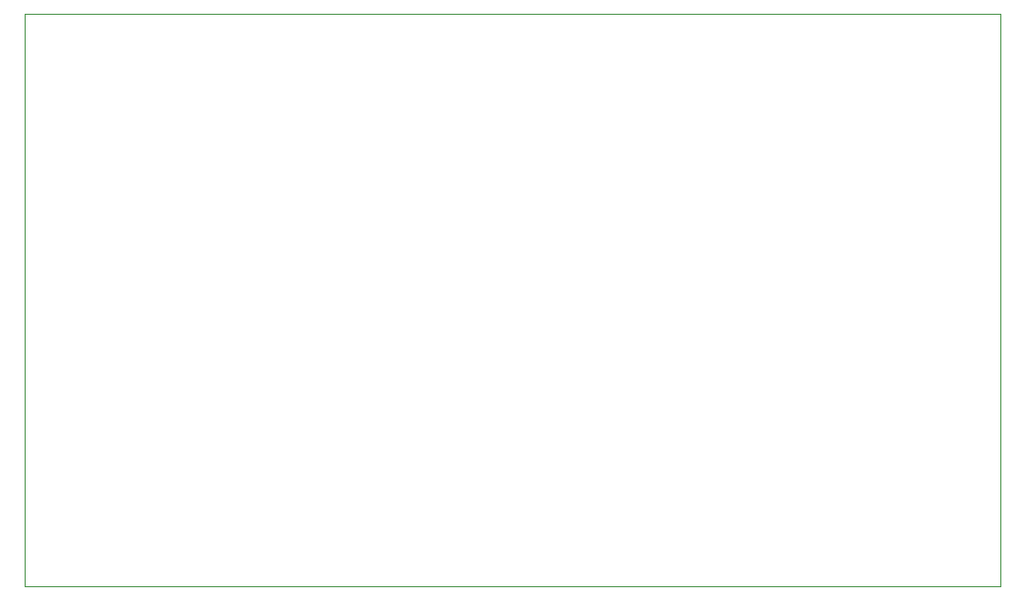
<source format=gbo>
G75*
%MOIN*%
%OFA0B0*%
%FSLAX24Y24*%
%IPPOS*%
%LPD*%
%AMOC8*
5,1,8,0,0,1.08239X$1,22.5*
%
%ADD10C,0.0000*%
D10*
X000100Y000175D02*
X000100Y019545D01*
X033092Y019545D01*
X033092Y000175D01*
X000100Y000175D01*
M02*

</source>
